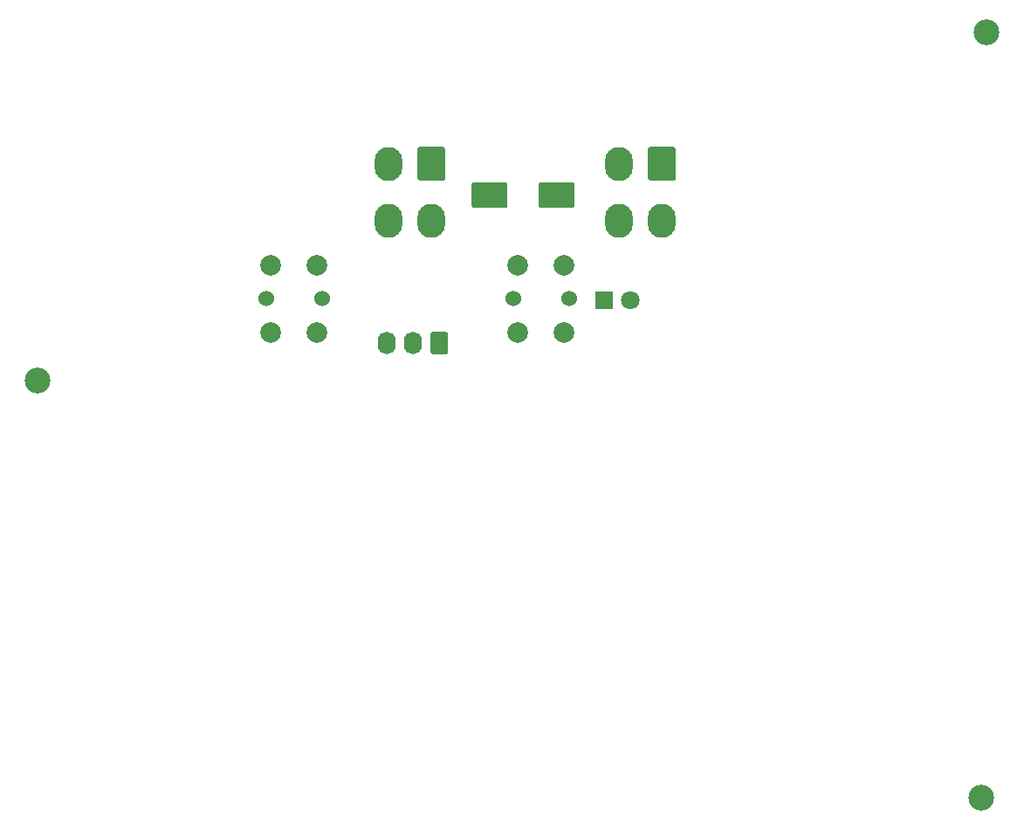
<source format=gbr>
%TF.GenerationSoftware,KiCad,Pcbnew,(5.1.9)-1*%
%TF.CreationDate,2021-09-11T23:24:30-06:00*%
%TF.ProjectId,ewi_v3_left,6577695f-7633-45f6-9c65-66742e6b6963,rev?*%
%TF.SameCoordinates,Original*%
%TF.FileFunction,Soldermask,Bot*%
%TF.FilePolarity,Negative*%
%FSLAX46Y46*%
G04 Gerber Fmt 4.6, Leading zero omitted, Abs format (unit mm)*
G04 Created by KiCad (PCBNEW (5.1.9)-1) date 2021-09-11 23:24:30*
%MOMM*%
%LPD*%
G01*
G04 APERTURE LIST*
%ADD10C,1.524000*%
%ADD11C,2.000000*%
%ADD12O,1.740000X2.190000*%
%ADD13O,2.700000X3.300000*%
%ADD14C,2.500000*%
%ADD15C,1.800000*%
%ADD16R,1.800000X1.800000*%
G04 APERTURE END LIST*
D10*
%TO.C,SW2*%
X155203249Y-86738149D03*
X149803249Y-86738149D03*
D11*
X150253249Y-83488149D03*
X154753249Y-83488149D03*
X150253249Y-89988149D03*
X154753249Y-89988149D03*
%TD*%
D10*
%TO.C,SW1*%
X131243249Y-86738149D03*
X125843249Y-86738149D03*
D11*
X126293249Y-83488149D03*
X130793249Y-83488149D03*
X126293249Y-89988149D03*
X130793249Y-89988149D03*
%TD*%
D12*
%TO.C,J3*%
X137540999Y-91049097D03*
X140080999Y-91049097D03*
G36*
G01*
X143490999Y-90204096D02*
X143490999Y-91894098D01*
G75*
G02*
X143241000Y-92144097I-249999J0D01*
G01*
X142000998Y-92144097D01*
G75*
G02*
X141750999Y-91894098I0J249999D01*
G01*
X141750999Y-90204096D01*
G75*
G02*
X142000998Y-89954097I249999J0D01*
G01*
X143241000Y-89954097D01*
G75*
G02*
X143490999Y-90204096I0J-249999D01*
G01*
G37*
%TD*%
D13*
%TO.C,J2*%
X160010999Y-79150097D03*
X164210999Y-79150097D03*
X160010999Y-73650097D03*
G36*
G01*
X165560999Y-72250098D02*
X165560999Y-75050096D01*
G75*
G02*
X165310998Y-75300097I-250001J0D01*
G01*
X163111000Y-75300097D01*
G75*
G02*
X162860999Y-75050096I0J250001D01*
G01*
X162860999Y-72250098D01*
G75*
G02*
X163111000Y-72000097I250001J0D01*
G01*
X165310998Y-72000097D01*
G75*
G02*
X165560999Y-72250098I0J-250001D01*
G01*
G37*
%TD*%
%TO.C,J1*%
X137658999Y-79150097D03*
X141858999Y-79150097D03*
X137658999Y-73650097D03*
G36*
G01*
X143208999Y-72250098D02*
X143208999Y-75050096D01*
G75*
G02*
X142958998Y-75300097I-250001J0D01*
G01*
X140759000Y-75300097D01*
G75*
G02*
X140508999Y-75050096I0J250001D01*
G01*
X140508999Y-72250098D01*
G75*
G02*
X140759000Y-72000097I250001J0D01*
G01*
X142958998Y-72000097D01*
G75*
G02*
X143208999Y-72250098I0J-250001D01*
G01*
G37*
%TD*%
D14*
%TO.C,H3*%
X195198999Y-135118097D03*
%TD*%
%TO.C,H2*%
X195706999Y-60928251D03*
%TD*%
%TO.C,H1*%
X103632000Y-94699611D03*
%TD*%
D15*
%TO.C,D1*%
X161162999Y-86858097D03*
D16*
X158622999Y-86858097D03*
%TD*%
%TO.C,C1*%
G36*
G01*
X152248999Y-77698097D02*
X152248999Y-75698097D01*
G75*
G02*
X152498999Y-75448097I250000J0D01*
G01*
X155498999Y-75448097D01*
G75*
G02*
X155748999Y-75698097I0J-250000D01*
G01*
X155748999Y-77698097D01*
G75*
G02*
X155498999Y-77948097I-250000J0D01*
G01*
X152498999Y-77948097D01*
G75*
G02*
X152248999Y-77698097I0J250000D01*
G01*
G37*
G36*
G01*
X145748999Y-77698097D02*
X145748999Y-75698097D01*
G75*
G02*
X145998999Y-75448097I250000J0D01*
G01*
X148998999Y-75448097D01*
G75*
G02*
X149248999Y-75698097I0J-250000D01*
G01*
X149248999Y-77698097D01*
G75*
G02*
X148998999Y-77948097I-250000J0D01*
G01*
X145998999Y-77948097D01*
G75*
G02*
X145748999Y-77698097I0J250000D01*
G01*
G37*
%TD*%
M02*

</source>
